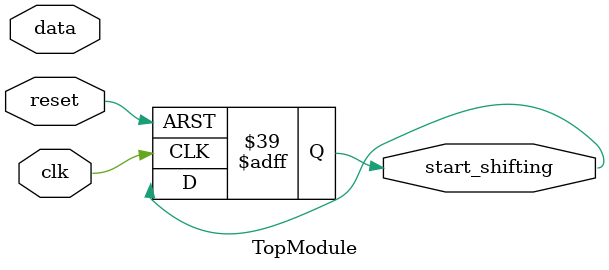
<source format=sv>

module TopModule (
  input wire clk,
  input wire reset,
  input wire data,
  output reg start_shifting
);

reg state; // Current state of the FSM
reg sequence_counter; // Counter for the current sequence position

always @(posedge clk or posedge reset) begin
  if (reset) begin
    state <= 0; // Reset the FSM to the initial state
    start_shifting <= 0; // Reset start_shifting
  end else if (state == 0) begin
    sequence_counter <= 1'b0; // Start searching from the first bit
    state <= 1; // Move to the next state
  end else if (sequence_counter < 3) begin
    if (data == sequence_counter) begin
      sequence_counter <= sequence_counter + 1;
    end else begin
      sequence_counter <= 1'b0; // Reset the counter and stay in the same state
    end
  end else begin
    if (data == 1'b1 && sequence_counter == 3) begin
      start_shifting <= 1; // Found the sequence, set start_shifting to 1
      state <= 2; // Move to the next state
    end else begin
      sequence_counter <= 1'b0; // Reset the counter and stay in the same state
    end
  end
end

// The FSM has three states:
//  0: Idle, waiting for the first bit of a potential sequence
//  1: Searching for the second bit (1) of the sequence
//  2: Searching for the third bit (1) of the sequence or checking if found the sequence (110)

endmodule

// VERILOG-EVAL: errant inclusion of module definition

</source>
